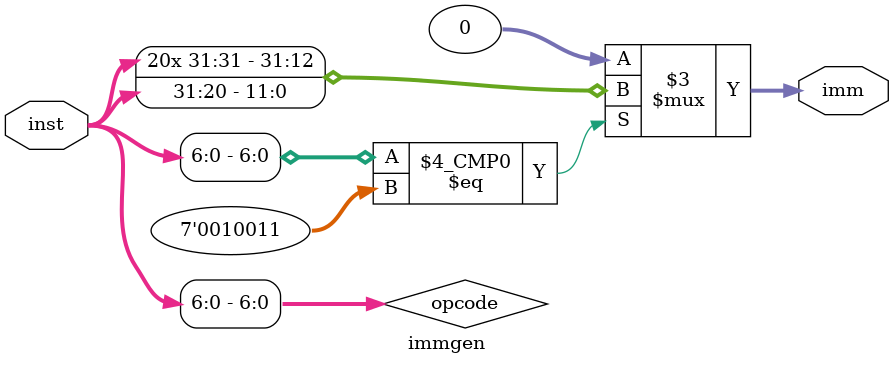
<source format=sv>
module immgen (
   /* verilator lint_off UNUSEDSIGNAL */
   input logic [31:0] inst,
   output logic [31:0] imm
);

logic [6:0] opcode;
assign opcode = inst[6:0];

always_comb begin
   case (opcode)
      7'b0010011: // ALU immediate
         imm = {{20{inst[31]}}, inst[31:20]};

      // TODO: support other instruction types

      default:
         imm = 32'h0;
   endcase
end

endmodule

</source>
